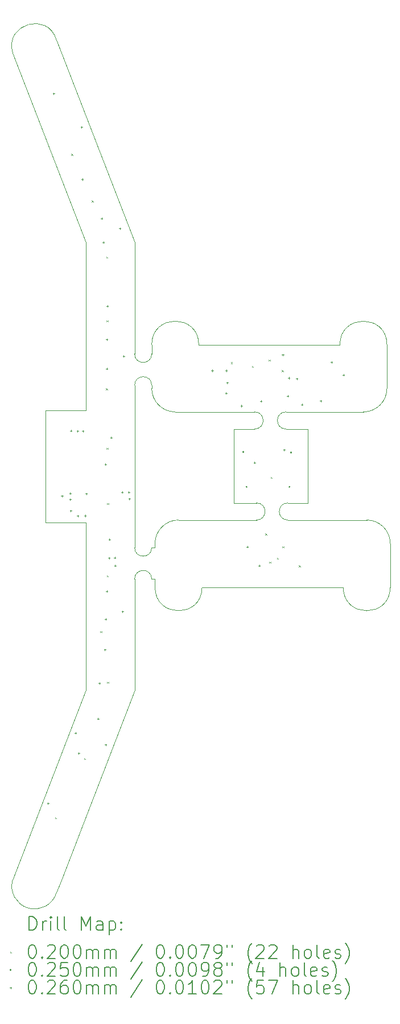
<source format=gbr>
%TF.GenerationSoftware,KiCad,Pcbnew,8.0.3*%
%TF.CreationDate,2025-05-12T21:07:48+02:00*%
%TF.ProjectId,IMU_PCBs,494d555f-5043-4427-932e-6b696361645f,rev?*%
%TF.SameCoordinates,Original*%
%TF.FileFunction,Drillmap*%
%TF.FilePolarity,Positive*%
%FSLAX45Y45*%
G04 Gerber Fmt 4.5, Leading zero omitted, Abs format (unit mm)*
G04 Created by KiCad (PCBNEW 8.0.3) date 2025-05-12 21:07:48*
%MOMM*%
%LPD*%
G01*
G04 APERTURE LIST*
%ADD10C,0.050000*%
%ADD11C,0.200000*%
%ADD12C,0.100000*%
G04 APERTURE END LIST*
D10*
X7278000Y-11407137D02*
X7278000Y-9737137D01*
X8602750Y-12248137D02*
X8603000Y-13897137D01*
X8906000Y-11782000D02*
X8856750Y-11782137D01*
X8906000Y-11721000D02*
X8906000Y-11782000D01*
X8906000Y-12249000D02*
X8856750Y-12248137D01*
X8906000Y-12371000D02*
X8906000Y-12249000D01*
X8856750Y-8900137D02*
X8857000Y-8763000D01*
X8856750Y-9366137D02*
X8857000Y-9413000D01*
X8602750Y-9366137D02*
X8602750Y-11782137D01*
X8603000Y-7247137D02*
X8602750Y-8900137D01*
X7513000Y-16722137D02*
X7440039Y-16912207D01*
X6788000Y-4422137D02*
G75*
G02*
X7440039Y-4232067I326020J95035D01*
G01*
X7513000Y-16722137D02*
X8603000Y-13897137D01*
X7878000Y-11407137D02*
X7278000Y-11407137D01*
X7513000Y-4422137D02*
X8603000Y-7247137D01*
X7878000Y-9737137D02*
X7278000Y-9737137D01*
X7878000Y-7247137D02*
X7878000Y-9737137D01*
X6788000Y-4422137D02*
X7878000Y-7247137D01*
X7513000Y-4422137D02*
X7440039Y-4232067D01*
X7878000Y-13897137D02*
X7878000Y-11407137D01*
X10882000Y-11117000D02*
X11177000Y-11117000D01*
X12406000Y-12371000D02*
G75*
G02*
X11706000Y-12371000I-350000J0D01*
G01*
X10077000Y-11117000D02*
X10077000Y-10017000D01*
X10388000Y-10017000D02*
X10077000Y-10017000D01*
X12357000Y-8763000D02*
X12357000Y-9413000D01*
X11177000Y-10017000D02*
X11177000Y-11117000D01*
X8906000Y-11721000D02*
G75*
G02*
X9256000Y-11371000I350000J0D01*
G01*
X9606000Y-12371000D02*
G75*
G02*
X8906000Y-12371000I-350000J0D01*
G01*
X10416000Y-11371000D02*
X9256000Y-11371000D01*
X12056000Y-11371000D02*
G75*
G02*
X12406000Y-11721000I0J-350000D01*
G01*
X12406000Y-12371000D02*
X12406000Y-11721000D01*
X10854000Y-9763000D02*
X12007000Y-9763000D01*
X10854000Y-10017000D02*
X11177000Y-10017000D01*
X11657000Y-8763000D02*
G75*
G02*
X12357000Y-8763000I350000J0D01*
G01*
X9557000Y-8763000D02*
X11657000Y-8763000D01*
X9207000Y-9763000D02*
G75*
G02*
X8857000Y-9413000I0J350000D01*
G01*
X12056000Y-11371000D02*
X10882000Y-11371000D01*
X8857000Y-8763000D02*
G75*
G02*
X9557000Y-8763000I350000J0D01*
G01*
X9207000Y-9763000D02*
X10388000Y-9763000D01*
X10416000Y-11117000D02*
X10077000Y-11117000D01*
X12357000Y-9413000D02*
G75*
G02*
X12007000Y-9763000I-350000J0D01*
G01*
X11706000Y-12371000D02*
X9606000Y-12371000D01*
X6788000Y-16722137D02*
X7878000Y-13897137D01*
X7440039Y-16912207D02*
G75*
G02*
X6788000Y-16722137I-326020J95033D01*
G01*
X8856750Y-8900137D02*
G75*
G02*
X8602750Y-8900137I-127000J0D01*
G01*
X8602750Y-9366137D02*
G75*
G02*
X8856750Y-9366137I127000J0D01*
G01*
X8602750Y-12248137D02*
G75*
G02*
X8856750Y-12248137I127000J0D01*
G01*
X8856750Y-11782137D02*
G75*
G02*
X8602750Y-11782137I-127000J0D01*
G01*
X10416000Y-11117000D02*
G75*
G02*
X10416000Y-11371000I0J-127000D01*
G01*
X10882000Y-11371000D02*
G75*
G02*
X10882000Y-11117000I0J127000D01*
G01*
X10388000Y-9763000D02*
G75*
G02*
X10388000Y-10017000I0J-127000D01*
G01*
X10854000Y-10017000D02*
G75*
G02*
X10854000Y-9763000I0J127000D01*
G01*
D11*
D12*
X7420000Y-15794137D02*
X7440000Y-15814137D01*
X7440000Y-15794137D02*
X7420000Y-15814137D01*
X7661000Y-5925137D02*
X7681000Y-5945137D01*
X7681000Y-5925137D02*
X7661000Y-5945137D01*
X7850000Y-14914137D02*
X7870000Y-14934137D01*
X7870000Y-14914137D02*
X7850000Y-14934137D01*
X7965000Y-6619137D02*
X7985000Y-6639137D01*
X7985000Y-6619137D02*
X7965000Y-6639137D01*
X8093000Y-13022137D02*
X8113000Y-13042137D01*
X8113000Y-13022137D02*
X8093000Y-13042137D01*
X8177000Y-9413137D02*
X8197000Y-9433137D01*
X8197000Y-9413137D02*
X8177000Y-9433137D01*
X8180000Y-7454137D02*
X8200000Y-7474137D01*
X8200000Y-7454137D02*
X8180000Y-7474137D01*
X8185000Y-8402137D02*
X8205000Y-8422137D01*
X8205000Y-8402137D02*
X8185000Y-8422137D01*
X8185000Y-10300137D02*
X8205000Y-10320137D01*
X8205000Y-10300137D02*
X8185000Y-10320137D01*
X8188500Y-12192637D02*
X8208500Y-12212637D01*
X8208500Y-12192637D02*
X8188500Y-12212637D01*
X8194000Y-11117137D02*
X8214000Y-11137137D01*
X8214000Y-11117137D02*
X8194000Y-11137137D01*
X8195000Y-13775137D02*
X8215000Y-13795137D01*
X8215000Y-13775137D02*
X8195000Y-13795137D01*
X10037000Y-9023000D02*
X10057000Y-9043000D01*
X10057000Y-9023000D02*
X10037000Y-9043000D01*
X10347000Y-9078000D02*
X10367000Y-9098000D01*
X10367000Y-9078000D02*
X10347000Y-9098000D01*
X10546000Y-11571000D02*
X10566000Y-11591000D01*
X10566000Y-11571000D02*
X10546000Y-11591000D01*
X10597000Y-8988000D02*
X10617000Y-9008000D01*
X10617000Y-8988000D02*
X10597000Y-9008000D01*
X10606000Y-11991000D02*
X10626000Y-12011000D01*
X10626000Y-11991000D02*
X10606000Y-12011000D01*
X10627000Y-10727000D02*
X10647000Y-10747000D01*
X10647000Y-10727000D02*
X10627000Y-10747000D01*
X10721000Y-11931000D02*
X10741000Y-11951000D01*
X10741000Y-11931000D02*
X10721000Y-11951000D01*
X10792000Y-9143000D02*
X10812000Y-9163000D01*
X10812000Y-9143000D02*
X10792000Y-9163000D01*
X10801000Y-11761000D02*
X10821000Y-11781000D01*
X10821000Y-11761000D02*
X10801000Y-11781000D01*
X11046000Y-12046000D02*
X11066000Y-12066000D01*
X11066000Y-12046000D02*
X11046000Y-12066000D01*
X10229500Y-10357000D02*
G75*
G02*
X10204500Y-10357000I-12500J0D01*
G01*
X10204500Y-10357000D02*
G75*
G02*
X10229500Y-10357000I12500J0D01*
G01*
X10279500Y-10877000D02*
G75*
G02*
X10254500Y-10877000I-12500J0D01*
G01*
X10254500Y-10877000D02*
G75*
G02*
X10279500Y-10877000I12500J0D01*
G01*
X10919500Y-10877000D02*
G75*
G02*
X10894500Y-10877000I-12500J0D01*
G01*
X10894500Y-10877000D02*
G75*
G02*
X10919500Y-10877000I12500J0D01*
G01*
X10939500Y-10367000D02*
G75*
G02*
X10914500Y-10367000I-12500J0D01*
G01*
X10914500Y-10367000D02*
G75*
G02*
X10939500Y-10367000I12500J0D01*
G01*
X7314000Y-15570137D02*
X7314000Y-15596137D01*
X7301000Y-15583137D02*
X7327000Y-15583137D01*
X7399000Y-5015137D02*
X7399000Y-5041137D01*
X7386000Y-5028137D02*
X7412000Y-5028137D01*
X7522000Y-11001137D02*
X7522000Y-11027137D01*
X7509000Y-11014137D02*
X7535000Y-11014137D01*
X7642000Y-10962137D02*
X7642000Y-10988137D01*
X7629000Y-10975137D02*
X7655000Y-10975137D01*
X7643000Y-11050137D02*
X7643000Y-11076137D01*
X7630000Y-11063137D02*
X7656000Y-11063137D01*
X7653000Y-11219137D02*
X7653000Y-11245137D01*
X7640000Y-11232137D02*
X7666000Y-11232137D01*
X7654000Y-10030137D02*
X7654000Y-10056137D01*
X7641000Y-10043137D02*
X7667000Y-10043137D01*
X7723000Y-14524137D02*
X7723000Y-14550137D01*
X7710000Y-14537137D02*
X7736000Y-14537137D01*
X7752000Y-10035137D02*
X7752000Y-10061137D01*
X7739000Y-10048137D02*
X7765000Y-10048137D01*
X7757000Y-11296137D02*
X7757000Y-11322137D01*
X7744000Y-11309137D02*
X7770000Y-11309137D01*
X7770000Y-14827137D02*
X7770000Y-14853137D01*
X7757000Y-14840137D02*
X7783000Y-14840137D01*
X7814000Y-5515137D02*
X7814000Y-5541137D01*
X7801000Y-5528137D02*
X7827000Y-5528137D01*
X7826000Y-6290137D02*
X7826000Y-6316137D01*
X7813000Y-6303137D02*
X7839000Y-6303137D01*
X7835000Y-10036137D02*
X7835000Y-10062137D01*
X7822000Y-10049137D02*
X7848000Y-10049137D01*
X7867000Y-11294137D02*
X7867000Y-11320137D01*
X7854000Y-11307137D02*
X7880000Y-11307137D01*
X7885000Y-10967137D02*
X7885000Y-10993137D01*
X7872000Y-10980137D02*
X7898000Y-10980137D01*
X8056000Y-14314137D02*
X8056000Y-14340137D01*
X8043000Y-14327137D02*
X8069000Y-14327137D01*
X8077000Y-13786137D02*
X8077000Y-13812137D01*
X8064000Y-13799137D02*
X8090000Y-13799137D01*
X8112000Y-6872137D02*
X8112000Y-6898137D01*
X8099000Y-6885137D02*
X8125000Y-6885137D01*
X8138000Y-7226137D02*
X8138000Y-7252137D01*
X8125000Y-7239137D02*
X8151000Y-7239137D01*
X8160000Y-13286137D02*
X8160000Y-13312137D01*
X8147000Y-13299137D02*
X8173000Y-13299137D01*
X8168000Y-10530137D02*
X8168000Y-10556137D01*
X8155000Y-10543137D02*
X8181000Y-10543137D01*
X8172000Y-12831137D02*
X8172000Y-12857137D01*
X8159000Y-12844137D02*
X8185000Y-12844137D01*
X8172000Y-14701137D02*
X8172000Y-14727137D01*
X8159000Y-14714137D02*
X8185000Y-14714137D01*
X8188000Y-12419137D02*
X8188000Y-12445137D01*
X8175000Y-12432137D02*
X8201000Y-12432137D01*
X8190000Y-8673137D02*
X8190000Y-8699137D01*
X8177000Y-8686137D02*
X8203000Y-8686137D01*
X8190000Y-9106137D02*
X8190000Y-9132137D01*
X8177000Y-9119137D02*
X8203000Y-9119137D01*
X8199000Y-8177137D02*
X8199000Y-8203137D01*
X8186000Y-8190137D02*
X8212000Y-8190137D01*
X8221000Y-11922137D02*
X8221000Y-11948137D01*
X8208000Y-11935137D02*
X8234000Y-11935137D01*
X8227000Y-11646137D02*
X8227000Y-11672137D01*
X8214000Y-11659137D02*
X8240000Y-11659137D01*
X8253000Y-10131137D02*
X8253000Y-10157137D01*
X8240000Y-10144137D02*
X8266000Y-10144137D01*
X8308000Y-11919137D02*
X8308000Y-11945137D01*
X8295000Y-11932137D02*
X8321000Y-11932137D01*
X8310000Y-12038137D02*
X8310000Y-12064137D01*
X8297000Y-12051137D02*
X8323000Y-12051137D01*
X8384000Y-7019137D02*
X8384000Y-7045137D01*
X8371000Y-7032137D02*
X8397000Y-7032137D01*
X8418000Y-10944137D02*
X8418000Y-10970137D01*
X8405000Y-10957137D02*
X8431000Y-10957137D01*
X8420000Y-12719137D02*
X8420000Y-12745137D01*
X8407000Y-12732137D02*
X8433000Y-12732137D01*
X8437000Y-8919137D02*
X8437000Y-8945137D01*
X8424000Y-8932137D02*
X8450000Y-8932137D01*
X8516000Y-10944137D02*
X8516000Y-10970137D01*
X8503000Y-10957137D02*
X8529000Y-10957137D01*
X8522000Y-11044137D02*
X8522000Y-11070137D01*
X8509000Y-11057137D02*
X8535000Y-11057137D01*
X9757000Y-9135000D02*
X9757000Y-9161000D01*
X9744000Y-9148000D02*
X9770000Y-9148000D01*
X9962000Y-9470000D02*
X9962000Y-9496000D01*
X9949000Y-9483000D02*
X9975000Y-9483000D01*
X9967000Y-9135000D02*
X9967000Y-9161000D01*
X9954000Y-9148000D02*
X9980000Y-9148000D01*
X9979500Y-9315000D02*
X9979500Y-9341000D01*
X9966500Y-9328000D02*
X9992500Y-9328000D01*
X10192000Y-9660000D02*
X10192000Y-9686000D01*
X10179000Y-9673000D02*
X10205000Y-9673000D01*
X10281000Y-11758000D02*
X10281000Y-11784000D01*
X10268000Y-11771000D02*
X10294000Y-11771000D01*
X10387000Y-10504000D02*
X10387000Y-10530000D01*
X10374000Y-10517000D02*
X10400000Y-10517000D01*
X10456000Y-12038000D02*
X10456000Y-12064000D01*
X10443000Y-12051000D02*
X10469000Y-12051000D01*
X10482000Y-9590000D02*
X10482000Y-9616000D01*
X10469000Y-9603000D02*
X10495000Y-9603000D01*
X10807000Y-8900000D02*
X10807000Y-8926000D01*
X10794000Y-8913000D02*
X10820000Y-8913000D01*
X10827000Y-10314000D02*
X10827000Y-10340000D01*
X10814000Y-10327000D02*
X10840000Y-10327000D01*
X10879500Y-9515000D02*
X10879500Y-9541000D01*
X10866500Y-9528000D02*
X10892500Y-9528000D01*
X10897000Y-9245000D02*
X10897000Y-9271000D01*
X10884000Y-9258000D02*
X10910000Y-9258000D01*
X11017000Y-9255000D02*
X11017000Y-9281000D01*
X11004000Y-9268000D02*
X11030000Y-9268000D01*
X11092000Y-9641250D02*
X11092000Y-9667250D01*
X11079000Y-9654250D02*
X11105000Y-9654250D01*
X11372000Y-9585000D02*
X11372000Y-9611000D01*
X11359000Y-9598000D02*
X11385000Y-9598000D01*
X11532000Y-9010000D02*
X11532000Y-9036000D01*
X11519000Y-9023000D02*
X11545000Y-9023000D01*
X11712000Y-9200000D02*
X11712000Y-9226000D01*
X11699000Y-9213000D02*
X11725000Y-9213000D01*
D11*
X7032707Y-17470747D02*
X7032707Y-17270747D01*
X7032707Y-17270747D02*
X7080326Y-17270747D01*
X7080326Y-17270747D02*
X7108898Y-17280271D01*
X7108898Y-17280271D02*
X7127945Y-17299318D01*
X7127945Y-17299318D02*
X7137469Y-17318366D01*
X7137469Y-17318366D02*
X7146993Y-17356461D01*
X7146993Y-17356461D02*
X7146993Y-17385033D01*
X7146993Y-17385033D02*
X7137469Y-17423128D01*
X7137469Y-17423128D02*
X7127945Y-17442176D01*
X7127945Y-17442176D02*
X7108898Y-17461223D01*
X7108898Y-17461223D02*
X7080326Y-17470747D01*
X7080326Y-17470747D02*
X7032707Y-17470747D01*
X7232707Y-17470747D02*
X7232707Y-17337414D01*
X7232707Y-17375509D02*
X7242231Y-17356461D01*
X7242231Y-17356461D02*
X7251755Y-17346937D01*
X7251755Y-17346937D02*
X7270802Y-17337414D01*
X7270802Y-17337414D02*
X7289850Y-17337414D01*
X7356517Y-17470747D02*
X7356517Y-17337414D01*
X7356517Y-17270747D02*
X7346993Y-17280271D01*
X7346993Y-17280271D02*
X7356517Y-17289795D01*
X7356517Y-17289795D02*
X7366040Y-17280271D01*
X7366040Y-17280271D02*
X7356517Y-17270747D01*
X7356517Y-17270747D02*
X7356517Y-17289795D01*
X7480326Y-17470747D02*
X7461278Y-17461223D01*
X7461278Y-17461223D02*
X7451755Y-17442176D01*
X7451755Y-17442176D02*
X7451755Y-17270747D01*
X7585088Y-17470747D02*
X7566040Y-17461223D01*
X7566040Y-17461223D02*
X7556517Y-17442176D01*
X7556517Y-17442176D02*
X7556517Y-17270747D01*
X7813659Y-17470747D02*
X7813659Y-17270747D01*
X7813659Y-17270747D02*
X7880326Y-17413604D01*
X7880326Y-17413604D02*
X7946993Y-17270747D01*
X7946993Y-17270747D02*
X7946993Y-17470747D01*
X8127945Y-17470747D02*
X8127945Y-17365985D01*
X8127945Y-17365985D02*
X8118421Y-17346937D01*
X8118421Y-17346937D02*
X8099374Y-17337414D01*
X8099374Y-17337414D02*
X8061278Y-17337414D01*
X8061278Y-17337414D02*
X8042231Y-17346937D01*
X8127945Y-17461223D02*
X8108898Y-17470747D01*
X8108898Y-17470747D02*
X8061278Y-17470747D01*
X8061278Y-17470747D02*
X8042231Y-17461223D01*
X8042231Y-17461223D02*
X8032707Y-17442176D01*
X8032707Y-17442176D02*
X8032707Y-17423128D01*
X8032707Y-17423128D02*
X8042231Y-17404080D01*
X8042231Y-17404080D02*
X8061278Y-17394557D01*
X8061278Y-17394557D02*
X8108898Y-17394557D01*
X8108898Y-17394557D02*
X8127945Y-17385033D01*
X8223183Y-17337414D02*
X8223183Y-17537414D01*
X8223183Y-17346937D02*
X8242231Y-17337414D01*
X8242231Y-17337414D02*
X8280326Y-17337414D01*
X8280326Y-17337414D02*
X8299374Y-17346937D01*
X8299374Y-17346937D02*
X8308898Y-17356461D01*
X8308898Y-17356461D02*
X8318421Y-17375509D01*
X8318421Y-17375509D02*
X8318421Y-17432652D01*
X8318421Y-17432652D02*
X8308898Y-17451699D01*
X8308898Y-17451699D02*
X8299374Y-17461223D01*
X8299374Y-17461223D02*
X8280326Y-17470747D01*
X8280326Y-17470747D02*
X8242231Y-17470747D01*
X8242231Y-17470747D02*
X8223183Y-17461223D01*
X8404136Y-17451699D02*
X8413660Y-17461223D01*
X8413660Y-17461223D02*
X8404136Y-17470747D01*
X8404136Y-17470747D02*
X8394612Y-17461223D01*
X8394612Y-17461223D02*
X8404136Y-17451699D01*
X8404136Y-17451699D02*
X8404136Y-17470747D01*
X8404136Y-17346937D02*
X8413660Y-17356461D01*
X8413660Y-17356461D02*
X8404136Y-17365985D01*
X8404136Y-17365985D02*
X8394612Y-17356461D01*
X8394612Y-17356461D02*
X8404136Y-17346937D01*
X8404136Y-17346937D02*
X8404136Y-17365985D01*
D12*
X6751930Y-17789263D02*
X6771930Y-17809263D01*
X6771930Y-17789263D02*
X6751930Y-17809263D01*
D11*
X7070802Y-17690747D02*
X7089850Y-17690747D01*
X7089850Y-17690747D02*
X7108898Y-17700271D01*
X7108898Y-17700271D02*
X7118421Y-17709795D01*
X7118421Y-17709795D02*
X7127945Y-17728842D01*
X7127945Y-17728842D02*
X7137469Y-17766937D01*
X7137469Y-17766937D02*
X7137469Y-17814557D01*
X7137469Y-17814557D02*
X7127945Y-17852652D01*
X7127945Y-17852652D02*
X7118421Y-17871699D01*
X7118421Y-17871699D02*
X7108898Y-17881223D01*
X7108898Y-17881223D02*
X7089850Y-17890747D01*
X7089850Y-17890747D02*
X7070802Y-17890747D01*
X7070802Y-17890747D02*
X7051755Y-17881223D01*
X7051755Y-17881223D02*
X7042231Y-17871699D01*
X7042231Y-17871699D02*
X7032707Y-17852652D01*
X7032707Y-17852652D02*
X7023183Y-17814557D01*
X7023183Y-17814557D02*
X7023183Y-17766937D01*
X7023183Y-17766937D02*
X7032707Y-17728842D01*
X7032707Y-17728842D02*
X7042231Y-17709795D01*
X7042231Y-17709795D02*
X7051755Y-17700271D01*
X7051755Y-17700271D02*
X7070802Y-17690747D01*
X7223183Y-17871699D02*
X7232707Y-17881223D01*
X7232707Y-17881223D02*
X7223183Y-17890747D01*
X7223183Y-17890747D02*
X7213659Y-17881223D01*
X7213659Y-17881223D02*
X7223183Y-17871699D01*
X7223183Y-17871699D02*
X7223183Y-17890747D01*
X7308898Y-17709795D02*
X7318421Y-17700271D01*
X7318421Y-17700271D02*
X7337469Y-17690747D01*
X7337469Y-17690747D02*
X7385088Y-17690747D01*
X7385088Y-17690747D02*
X7404136Y-17700271D01*
X7404136Y-17700271D02*
X7413659Y-17709795D01*
X7413659Y-17709795D02*
X7423183Y-17728842D01*
X7423183Y-17728842D02*
X7423183Y-17747890D01*
X7423183Y-17747890D02*
X7413659Y-17776461D01*
X7413659Y-17776461D02*
X7299374Y-17890747D01*
X7299374Y-17890747D02*
X7423183Y-17890747D01*
X7546993Y-17690747D02*
X7566040Y-17690747D01*
X7566040Y-17690747D02*
X7585088Y-17700271D01*
X7585088Y-17700271D02*
X7594612Y-17709795D01*
X7594612Y-17709795D02*
X7604136Y-17728842D01*
X7604136Y-17728842D02*
X7613659Y-17766937D01*
X7613659Y-17766937D02*
X7613659Y-17814557D01*
X7613659Y-17814557D02*
X7604136Y-17852652D01*
X7604136Y-17852652D02*
X7594612Y-17871699D01*
X7594612Y-17871699D02*
X7585088Y-17881223D01*
X7585088Y-17881223D02*
X7566040Y-17890747D01*
X7566040Y-17890747D02*
X7546993Y-17890747D01*
X7546993Y-17890747D02*
X7527945Y-17881223D01*
X7527945Y-17881223D02*
X7518421Y-17871699D01*
X7518421Y-17871699D02*
X7508898Y-17852652D01*
X7508898Y-17852652D02*
X7499374Y-17814557D01*
X7499374Y-17814557D02*
X7499374Y-17766937D01*
X7499374Y-17766937D02*
X7508898Y-17728842D01*
X7508898Y-17728842D02*
X7518421Y-17709795D01*
X7518421Y-17709795D02*
X7527945Y-17700271D01*
X7527945Y-17700271D02*
X7546993Y-17690747D01*
X7737469Y-17690747D02*
X7756517Y-17690747D01*
X7756517Y-17690747D02*
X7775564Y-17700271D01*
X7775564Y-17700271D02*
X7785088Y-17709795D01*
X7785088Y-17709795D02*
X7794612Y-17728842D01*
X7794612Y-17728842D02*
X7804136Y-17766937D01*
X7804136Y-17766937D02*
X7804136Y-17814557D01*
X7804136Y-17814557D02*
X7794612Y-17852652D01*
X7794612Y-17852652D02*
X7785088Y-17871699D01*
X7785088Y-17871699D02*
X7775564Y-17881223D01*
X7775564Y-17881223D02*
X7756517Y-17890747D01*
X7756517Y-17890747D02*
X7737469Y-17890747D01*
X7737469Y-17890747D02*
X7718421Y-17881223D01*
X7718421Y-17881223D02*
X7708898Y-17871699D01*
X7708898Y-17871699D02*
X7699374Y-17852652D01*
X7699374Y-17852652D02*
X7689850Y-17814557D01*
X7689850Y-17814557D02*
X7689850Y-17766937D01*
X7689850Y-17766937D02*
X7699374Y-17728842D01*
X7699374Y-17728842D02*
X7708898Y-17709795D01*
X7708898Y-17709795D02*
X7718421Y-17700271D01*
X7718421Y-17700271D02*
X7737469Y-17690747D01*
X7889850Y-17890747D02*
X7889850Y-17757414D01*
X7889850Y-17776461D02*
X7899374Y-17766937D01*
X7899374Y-17766937D02*
X7918421Y-17757414D01*
X7918421Y-17757414D02*
X7946993Y-17757414D01*
X7946993Y-17757414D02*
X7966040Y-17766937D01*
X7966040Y-17766937D02*
X7975564Y-17785985D01*
X7975564Y-17785985D02*
X7975564Y-17890747D01*
X7975564Y-17785985D02*
X7985088Y-17766937D01*
X7985088Y-17766937D02*
X8004136Y-17757414D01*
X8004136Y-17757414D02*
X8032707Y-17757414D01*
X8032707Y-17757414D02*
X8051755Y-17766937D01*
X8051755Y-17766937D02*
X8061279Y-17785985D01*
X8061279Y-17785985D02*
X8061279Y-17890747D01*
X8156517Y-17890747D02*
X8156517Y-17757414D01*
X8156517Y-17776461D02*
X8166040Y-17766937D01*
X8166040Y-17766937D02*
X8185088Y-17757414D01*
X8185088Y-17757414D02*
X8213660Y-17757414D01*
X8213660Y-17757414D02*
X8232707Y-17766937D01*
X8232707Y-17766937D02*
X8242231Y-17785985D01*
X8242231Y-17785985D02*
X8242231Y-17890747D01*
X8242231Y-17785985D02*
X8251755Y-17766937D01*
X8251755Y-17766937D02*
X8270802Y-17757414D01*
X8270802Y-17757414D02*
X8299374Y-17757414D01*
X8299374Y-17757414D02*
X8318421Y-17766937D01*
X8318421Y-17766937D02*
X8327945Y-17785985D01*
X8327945Y-17785985D02*
X8327945Y-17890747D01*
X8718422Y-17681223D02*
X8546993Y-17938366D01*
X8975564Y-17690747D02*
X8994612Y-17690747D01*
X8994612Y-17690747D02*
X9013660Y-17700271D01*
X9013660Y-17700271D02*
X9023184Y-17709795D01*
X9023184Y-17709795D02*
X9032707Y-17728842D01*
X9032707Y-17728842D02*
X9042231Y-17766937D01*
X9042231Y-17766937D02*
X9042231Y-17814557D01*
X9042231Y-17814557D02*
X9032707Y-17852652D01*
X9032707Y-17852652D02*
X9023184Y-17871699D01*
X9023184Y-17871699D02*
X9013660Y-17881223D01*
X9013660Y-17881223D02*
X8994612Y-17890747D01*
X8994612Y-17890747D02*
X8975564Y-17890747D01*
X8975564Y-17890747D02*
X8956517Y-17881223D01*
X8956517Y-17881223D02*
X8946993Y-17871699D01*
X8946993Y-17871699D02*
X8937469Y-17852652D01*
X8937469Y-17852652D02*
X8927945Y-17814557D01*
X8927945Y-17814557D02*
X8927945Y-17766937D01*
X8927945Y-17766937D02*
X8937469Y-17728842D01*
X8937469Y-17728842D02*
X8946993Y-17709795D01*
X8946993Y-17709795D02*
X8956517Y-17700271D01*
X8956517Y-17700271D02*
X8975564Y-17690747D01*
X9127945Y-17871699D02*
X9137469Y-17881223D01*
X9137469Y-17881223D02*
X9127945Y-17890747D01*
X9127945Y-17890747D02*
X9118422Y-17881223D01*
X9118422Y-17881223D02*
X9127945Y-17871699D01*
X9127945Y-17871699D02*
X9127945Y-17890747D01*
X9261279Y-17690747D02*
X9280326Y-17690747D01*
X9280326Y-17690747D02*
X9299374Y-17700271D01*
X9299374Y-17700271D02*
X9308898Y-17709795D01*
X9308898Y-17709795D02*
X9318422Y-17728842D01*
X9318422Y-17728842D02*
X9327945Y-17766937D01*
X9327945Y-17766937D02*
X9327945Y-17814557D01*
X9327945Y-17814557D02*
X9318422Y-17852652D01*
X9318422Y-17852652D02*
X9308898Y-17871699D01*
X9308898Y-17871699D02*
X9299374Y-17881223D01*
X9299374Y-17881223D02*
X9280326Y-17890747D01*
X9280326Y-17890747D02*
X9261279Y-17890747D01*
X9261279Y-17890747D02*
X9242231Y-17881223D01*
X9242231Y-17881223D02*
X9232707Y-17871699D01*
X9232707Y-17871699D02*
X9223184Y-17852652D01*
X9223184Y-17852652D02*
X9213660Y-17814557D01*
X9213660Y-17814557D02*
X9213660Y-17766937D01*
X9213660Y-17766937D02*
X9223184Y-17728842D01*
X9223184Y-17728842D02*
X9232707Y-17709795D01*
X9232707Y-17709795D02*
X9242231Y-17700271D01*
X9242231Y-17700271D02*
X9261279Y-17690747D01*
X9451755Y-17690747D02*
X9470803Y-17690747D01*
X9470803Y-17690747D02*
X9489850Y-17700271D01*
X9489850Y-17700271D02*
X9499374Y-17709795D01*
X9499374Y-17709795D02*
X9508898Y-17728842D01*
X9508898Y-17728842D02*
X9518422Y-17766937D01*
X9518422Y-17766937D02*
X9518422Y-17814557D01*
X9518422Y-17814557D02*
X9508898Y-17852652D01*
X9508898Y-17852652D02*
X9499374Y-17871699D01*
X9499374Y-17871699D02*
X9489850Y-17881223D01*
X9489850Y-17881223D02*
X9470803Y-17890747D01*
X9470803Y-17890747D02*
X9451755Y-17890747D01*
X9451755Y-17890747D02*
X9432707Y-17881223D01*
X9432707Y-17881223D02*
X9423184Y-17871699D01*
X9423184Y-17871699D02*
X9413660Y-17852652D01*
X9413660Y-17852652D02*
X9404136Y-17814557D01*
X9404136Y-17814557D02*
X9404136Y-17766937D01*
X9404136Y-17766937D02*
X9413660Y-17728842D01*
X9413660Y-17728842D02*
X9423184Y-17709795D01*
X9423184Y-17709795D02*
X9432707Y-17700271D01*
X9432707Y-17700271D02*
X9451755Y-17690747D01*
X9585088Y-17690747D02*
X9718422Y-17690747D01*
X9718422Y-17690747D02*
X9632707Y-17890747D01*
X9804136Y-17890747D02*
X9842231Y-17890747D01*
X9842231Y-17890747D02*
X9861279Y-17881223D01*
X9861279Y-17881223D02*
X9870803Y-17871699D01*
X9870803Y-17871699D02*
X9889850Y-17843128D01*
X9889850Y-17843128D02*
X9899374Y-17805033D01*
X9899374Y-17805033D02*
X9899374Y-17728842D01*
X9899374Y-17728842D02*
X9889850Y-17709795D01*
X9889850Y-17709795D02*
X9880326Y-17700271D01*
X9880326Y-17700271D02*
X9861279Y-17690747D01*
X9861279Y-17690747D02*
X9823184Y-17690747D01*
X9823184Y-17690747D02*
X9804136Y-17700271D01*
X9804136Y-17700271D02*
X9794612Y-17709795D01*
X9794612Y-17709795D02*
X9785088Y-17728842D01*
X9785088Y-17728842D02*
X9785088Y-17776461D01*
X9785088Y-17776461D02*
X9794612Y-17795509D01*
X9794612Y-17795509D02*
X9804136Y-17805033D01*
X9804136Y-17805033D02*
X9823184Y-17814557D01*
X9823184Y-17814557D02*
X9861279Y-17814557D01*
X9861279Y-17814557D02*
X9880326Y-17805033D01*
X9880326Y-17805033D02*
X9889850Y-17795509D01*
X9889850Y-17795509D02*
X9899374Y-17776461D01*
X9975565Y-17690747D02*
X9975565Y-17728842D01*
X10051755Y-17690747D02*
X10051755Y-17728842D01*
X10346993Y-17966937D02*
X10337469Y-17957414D01*
X10337469Y-17957414D02*
X10318422Y-17928842D01*
X10318422Y-17928842D02*
X10308898Y-17909795D01*
X10308898Y-17909795D02*
X10299374Y-17881223D01*
X10299374Y-17881223D02*
X10289850Y-17833604D01*
X10289850Y-17833604D02*
X10289850Y-17795509D01*
X10289850Y-17795509D02*
X10299374Y-17747890D01*
X10299374Y-17747890D02*
X10308898Y-17719318D01*
X10308898Y-17719318D02*
X10318422Y-17700271D01*
X10318422Y-17700271D02*
X10337469Y-17671699D01*
X10337469Y-17671699D02*
X10346993Y-17662176D01*
X10413660Y-17709795D02*
X10423184Y-17700271D01*
X10423184Y-17700271D02*
X10442231Y-17690747D01*
X10442231Y-17690747D02*
X10489850Y-17690747D01*
X10489850Y-17690747D02*
X10508898Y-17700271D01*
X10508898Y-17700271D02*
X10518422Y-17709795D01*
X10518422Y-17709795D02*
X10527946Y-17728842D01*
X10527946Y-17728842D02*
X10527946Y-17747890D01*
X10527946Y-17747890D02*
X10518422Y-17776461D01*
X10518422Y-17776461D02*
X10404136Y-17890747D01*
X10404136Y-17890747D02*
X10527946Y-17890747D01*
X10604136Y-17709795D02*
X10613660Y-17700271D01*
X10613660Y-17700271D02*
X10632707Y-17690747D01*
X10632707Y-17690747D02*
X10680327Y-17690747D01*
X10680327Y-17690747D02*
X10699374Y-17700271D01*
X10699374Y-17700271D02*
X10708898Y-17709795D01*
X10708898Y-17709795D02*
X10718422Y-17728842D01*
X10718422Y-17728842D02*
X10718422Y-17747890D01*
X10718422Y-17747890D02*
X10708898Y-17776461D01*
X10708898Y-17776461D02*
X10594612Y-17890747D01*
X10594612Y-17890747D02*
X10718422Y-17890747D01*
X10956517Y-17890747D02*
X10956517Y-17690747D01*
X11042231Y-17890747D02*
X11042231Y-17785985D01*
X11042231Y-17785985D02*
X11032708Y-17766937D01*
X11032708Y-17766937D02*
X11013660Y-17757414D01*
X11013660Y-17757414D02*
X10985088Y-17757414D01*
X10985088Y-17757414D02*
X10966041Y-17766937D01*
X10966041Y-17766937D02*
X10956517Y-17776461D01*
X11166041Y-17890747D02*
X11146993Y-17881223D01*
X11146993Y-17881223D02*
X11137469Y-17871699D01*
X11137469Y-17871699D02*
X11127946Y-17852652D01*
X11127946Y-17852652D02*
X11127946Y-17795509D01*
X11127946Y-17795509D02*
X11137469Y-17776461D01*
X11137469Y-17776461D02*
X11146993Y-17766937D01*
X11146993Y-17766937D02*
X11166041Y-17757414D01*
X11166041Y-17757414D02*
X11194612Y-17757414D01*
X11194612Y-17757414D02*
X11213660Y-17766937D01*
X11213660Y-17766937D02*
X11223184Y-17776461D01*
X11223184Y-17776461D02*
X11232707Y-17795509D01*
X11232707Y-17795509D02*
X11232707Y-17852652D01*
X11232707Y-17852652D02*
X11223184Y-17871699D01*
X11223184Y-17871699D02*
X11213660Y-17881223D01*
X11213660Y-17881223D02*
X11194612Y-17890747D01*
X11194612Y-17890747D02*
X11166041Y-17890747D01*
X11346993Y-17890747D02*
X11327946Y-17881223D01*
X11327946Y-17881223D02*
X11318422Y-17862176D01*
X11318422Y-17862176D02*
X11318422Y-17690747D01*
X11499374Y-17881223D02*
X11480327Y-17890747D01*
X11480327Y-17890747D02*
X11442231Y-17890747D01*
X11442231Y-17890747D02*
X11423184Y-17881223D01*
X11423184Y-17881223D02*
X11413660Y-17862176D01*
X11413660Y-17862176D02*
X11413660Y-17785985D01*
X11413660Y-17785985D02*
X11423184Y-17766937D01*
X11423184Y-17766937D02*
X11442231Y-17757414D01*
X11442231Y-17757414D02*
X11480327Y-17757414D01*
X11480327Y-17757414D02*
X11499374Y-17766937D01*
X11499374Y-17766937D02*
X11508898Y-17785985D01*
X11508898Y-17785985D02*
X11508898Y-17805033D01*
X11508898Y-17805033D02*
X11413660Y-17824080D01*
X11585088Y-17881223D02*
X11604136Y-17890747D01*
X11604136Y-17890747D02*
X11642231Y-17890747D01*
X11642231Y-17890747D02*
X11661279Y-17881223D01*
X11661279Y-17881223D02*
X11670803Y-17862176D01*
X11670803Y-17862176D02*
X11670803Y-17852652D01*
X11670803Y-17852652D02*
X11661279Y-17833604D01*
X11661279Y-17833604D02*
X11642231Y-17824080D01*
X11642231Y-17824080D02*
X11613660Y-17824080D01*
X11613660Y-17824080D02*
X11594612Y-17814557D01*
X11594612Y-17814557D02*
X11585088Y-17795509D01*
X11585088Y-17795509D02*
X11585088Y-17785985D01*
X11585088Y-17785985D02*
X11594612Y-17766937D01*
X11594612Y-17766937D02*
X11613660Y-17757414D01*
X11613660Y-17757414D02*
X11642231Y-17757414D01*
X11642231Y-17757414D02*
X11661279Y-17766937D01*
X11737469Y-17966937D02*
X11746993Y-17957414D01*
X11746993Y-17957414D02*
X11766041Y-17928842D01*
X11766041Y-17928842D02*
X11775565Y-17909795D01*
X11775565Y-17909795D02*
X11785088Y-17881223D01*
X11785088Y-17881223D02*
X11794612Y-17833604D01*
X11794612Y-17833604D02*
X11794612Y-17795509D01*
X11794612Y-17795509D02*
X11785088Y-17747890D01*
X11785088Y-17747890D02*
X11775565Y-17719318D01*
X11775565Y-17719318D02*
X11766041Y-17700271D01*
X11766041Y-17700271D02*
X11746993Y-17671699D01*
X11746993Y-17671699D02*
X11737469Y-17662176D01*
D12*
X6771930Y-18063263D02*
G75*
G02*
X6746930Y-18063263I-12500J0D01*
G01*
X6746930Y-18063263D02*
G75*
G02*
X6771930Y-18063263I12500J0D01*
G01*
D11*
X7070802Y-17954747D02*
X7089850Y-17954747D01*
X7089850Y-17954747D02*
X7108898Y-17964271D01*
X7108898Y-17964271D02*
X7118421Y-17973795D01*
X7118421Y-17973795D02*
X7127945Y-17992842D01*
X7127945Y-17992842D02*
X7137469Y-18030937D01*
X7137469Y-18030937D02*
X7137469Y-18078557D01*
X7137469Y-18078557D02*
X7127945Y-18116652D01*
X7127945Y-18116652D02*
X7118421Y-18135699D01*
X7118421Y-18135699D02*
X7108898Y-18145223D01*
X7108898Y-18145223D02*
X7089850Y-18154747D01*
X7089850Y-18154747D02*
X7070802Y-18154747D01*
X7070802Y-18154747D02*
X7051755Y-18145223D01*
X7051755Y-18145223D02*
X7042231Y-18135699D01*
X7042231Y-18135699D02*
X7032707Y-18116652D01*
X7032707Y-18116652D02*
X7023183Y-18078557D01*
X7023183Y-18078557D02*
X7023183Y-18030937D01*
X7023183Y-18030937D02*
X7032707Y-17992842D01*
X7032707Y-17992842D02*
X7042231Y-17973795D01*
X7042231Y-17973795D02*
X7051755Y-17964271D01*
X7051755Y-17964271D02*
X7070802Y-17954747D01*
X7223183Y-18135699D02*
X7232707Y-18145223D01*
X7232707Y-18145223D02*
X7223183Y-18154747D01*
X7223183Y-18154747D02*
X7213659Y-18145223D01*
X7213659Y-18145223D02*
X7223183Y-18135699D01*
X7223183Y-18135699D02*
X7223183Y-18154747D01*
X7308898Y-17973795D02*
X7318421Y-17964271D01*
X7318421Y-17964271D02*
X7337469Y-17954747D01*
X7337469Y-17954747D02*
X7385088Y-17954747D01*
X7385088Y-17954747D02*
X7404136Y-17964271D01*
X7404136Y-17964271D02*
X7413659Y-17973795D01*
X7413659Y-17973795D02*
X7423183Y-17992842D01*
X7423183Y-17992842D02*
X7423183Y-18011890D01*
X7423183Y-18011890D02*
X7413659Y-18040461D01*
X7413659Y-18040461D02*
X7299374Y-18154747D01*
X7299374Y-18154747D02*
X7423183Y-18154747D01*
X7604136Y-17954747D02*
X7508898Y-17954747D01*
X7508898Y-17954747D02*
X7499374Y-18049985D01*
X7499374Y-18049985D02*
X7508898Y-18040461D01*
X7508898Y-18040461D02*
X7527945Y-18030937D01*
X7527945Y-18030937D02*
X7575564Y-18030937D01*
X7575564Y-18030937D02*
X7594612Y-18040461D01*
X7594612Y-18040461D02*
X7604136Y-18049985D01*
X7604136Y-18049985D02*
X7613659Y-18069033D01*
X7613659Y-18069033D02*
X7613659Y-18116652D01*
X7613659Y-18116652D02*
X7604136Y-18135699D01*
X7604136Y-18135699D02*
X7594612Y-18145223D01*
X7594612Y-18145223D02*
X7575564Y-18154747D01*
X7575564Y-18154747D02*
X7527945Y-18154747D01*
X7527945Y-18154747D02*
X7508898Y-18145223D01*
X7508898Y-18145223D02*
X7499374Y-18135699D01*
X7737469Y-17954747D02*
X7756517Y-17954747D01*
X7756517Y-17954747D02*
X7775564Y-17964271D01*
X7775564Y-17964271D02*
X7785088Y-17973795D01*
X7785088Y-17973795D02*
X7794612Y-17992842D01*
X7794612Y-17992842D02*
X7804136Y-18030937D01*
X7804136Y-18030937D02*
X7804136Y-18078557D01*
X7804136Y-18078557D02*
X7794612Y-18116652D01*
X7794612Y-18116652D02*
X7785088Y-18135699D01*
X7785088Y-18135699D02*
X7775564Y-18145223D01*
X7775564Y-18145223D02*
X7756517Y-18154747D01*
X7756517Y-18154747D02*
X7737469Y-18154747D01*
X7737469Y-18154747D02*
X7718421Y-18145223D01*
X7718421Y-18145223D02*
X7708898Y-18135699D01*
X7708898Y-18135699D02*
X7699374Y-18116652D01*
X7699374Y-18116652D02*
X7689850Y-18078557D01*
X7689850Y-18078557D02*
X7689850Y-18030937D01*
X7689850Y-18030937D02*
X7699374Y-17992842D01*
X7699374Y-17992842D02*
X7708898Y-17973795D01*
X7708898Y-17973795D02*
X7718421Y-17964271D01*
X7718421Y-17964271D02*
X7737469Y-17954747D01*
X7889850Y-18154747D02*
X7889850Y-18021414D01*
X7889850Y-18040461D02*
X7899374Y-18030937D01*
X7899374Y-18030937D02*
X7918421Y-18021414D01*
X7918421Y-18021414D02*
X7946993Y-18021414D01*
X7946993Y-18021414D02*
X7966040Y-18030937D01*
X7966040Y-18030937D02*
X7975564Y-18049985D01*
X7975564Y-18049985D02*
X7975564Y-18154747D01*
X7975564Y-18049985D02*
X7985088Y-18030937D01*
X7985088Y-18030937D02*
X8004136Y-18021414D01*
X8004136Y-18021414D02*
X8032707Y-18021414D01*
X8032707Y-18021414D02*
X8051755Y-18030937D01*
X8051755Y-18030937D02*
X8061279Y-18049985D01*
X8061279Y-18049985D02*
X8061279Y-18154747D01*
X8156517Y-18154747D02*
X8156517Y-18021414D01*
X8156517Y-18040461D02*
X8166040Y-18030937D01*
X8166040Y-18030937D02*
X8185088Y-18021414D01*
X8185088Y-18021414D02*
X8213660Y-18021414D01*
X8213660Y-18021414D02*
X8232707Y-18030937D01*
X8232707Y-18030937D02*
X8242231Y-18049985D01*
X8242231Y-18049985D02*
X8242231Y-18154747D01*
X8242231Y-18049985D02*
X8251755Y-18030937D01*
X8251755Y-18030937D02*
X8270802Y-18021414D01*
X8270802Y-18021414D02*
X8299374Y-18021414D01*
X8299374Y-18021414D02*
X8318421Y-18030937D01*
X8318421Y-18030937D02*
X8327945Y-18049985D01*
X8327945Y-18049985D02*
X8327945Y-18154747D01*
X8718422Y-17945223D02*
X8546993Y-18202366D01*
X8975564Y-17954747D02*
X8994612Y-17954747D01*
X8994612Y-17954747D02*
X9013660Y-17964271D01*
X9013660Y-17964271D02*
X9023184Y-17973795D01*
X9023184Y-17973795D02*
X9032707Y-17992842D01*
X9032707Y-17992842D02*
X9042231Y-18030937D01*
X9042231Y-18030937D02*
X9042231Y-18078557D01*
X9042231Y-18078557D02*
X9032707Y-18116652D01*
X9032707Y-18116652D02*
X9023184Y-18135699D01*
X9023184Y-18135699D02*
X9013660Y-18145223D01*
X9013660Y-18145223D02*
X8994612Y-18154747D01*
X8994612Y-18154747D02*
X8975564Y-18154747D01*
X8975564Y-18154747D02*
X8956517Y-18145223D01*
X8956517Y-18145223D02*
X8946993Y-18135699D01*
X8946993Y-18135699D02*
X8937469Y-18116652D01*
X8937469Y-18116652D02*
X8927945Y-18078557D01*
X8927945Y-18078557D02*
X8927945Y-18030937D01*
X8927945Y-18030937D02*
X8937469Y-17992842D01*
X8937469Y-17992842D02*
X8946993Y-17973795D01*
X8946993Y-17973795D02*
X8956517Y-17964271D01*
X8956517Y-17964271D02*
X8975564Y-17954747D01*
X9127945Y-18135699D02*
X9137469Y-18145223D01*
X9137469Y-18145223D02*
X9127945Y-18154747D01*
X9127945Y-18154747D02*
X9118422Y-18145223D01*
X9118422Y-18145223D02*
X9127945Y-18135699D01*
X9127945Y-18135699D02*
X9127945Y-18154747D01*
X9261279Y-17954747D02*
X9280326Y-17954747D01*
X9280326Y-17954747D02*
X9299374Y-17964271D01*
X9299374Y-17964271D02*
X9308898Y-17973795D01*
X9308898Y-17973795D02*
X9318422Y-17992842D01*
X9318422Y-17992842D02*
X9327945Y-18030937D01*
X9327945Y-18030937D02*
X9327945Y-18078557D01*
X9327945Y-18078557D02*
X9318422Y-18116652D01*
X9318422Y-18116652D02*
X9308898Y-18135699D01*
X9308898Y-18135699D02*
X9299374Y-18145223D01*
X9299374Y-18145223D02*
X9280326Y-18154747D01*
X9280326Y-18154747D02*
X9261279Y-18154747D01*
X9261279Y-18154747D02*
X9242231Y-18145223D01*
X9242231Y-18145223D02*
X9232707Y-18135699D01*
X9232707Y-18135699D02*
X9223184Y-18116652D01*
X9223184Y-18116652D02*
X9213660Y-18078557D01*
X9213660Y-18078557D02*
X9213660Y-18030937D01*
X9213660Y-18030937D02*
X9223184Y-17992842D01*
X9223184Y-17992842D02*
X9232707Y-17973795D01*
X9232707Y-17973795D02*
X9242231Y-17964271D01*
X9242231Y-17964271D02*
X9261279Y-17954747D01*
X9451755Y-17954747D02*
X9470803Y-17954747D01*
X9470803Y-17954747D02*
X9489850Y-17964271D01*
X9489850Y-17964271D02*
X9499374Y-17973795D01*
X9499374Y-17973795D02*
X9508898Y-17992842D01*
X9508898Y-17992842D02*
X9518422Y-18030937D01*
X9518422Y-18030937D02*
X9518422Y-18078557D01*
X9518422Y-18078557D02*
X9508898Y-18116652D01*
X9508898Y-18116652D02*
X9499374Y-18135699D01*
X9499374Y-18135699D02*
X9489850Y-18145223D01*
X9489850Y-18145223D02*
X9470803Y-18154747D01*
X9470803Y-18154747D02*
X9451755Y-18154747D01*
X9451755Y-18154747D02*
X9432707Y-18145223D01*
X9432707Y-18145223D02*
X9423184Y-18135699D01*
X9423184Y-18135699D02*
X9413660Y-18116652D01*
X9413660Y-18116652D02*
X9404136Y-18078557D01*
X9404136Y-18078557D02*
X9404136Y-18030937D01*
X9404136Y-18030937D02*
X9413660Y-17992842D01*
X9413660Y-17992842D02*
X9423184Y-17973795D01*
X9423184Y-17973795D02*
X9432707Y-17964271D01*
X9432707Y-17964271D02*
X9451755Y-17954747D01*
X9613660Y-18154747D02*
X9651755Y-18154747D01*
X9651755Y-18154747D02*
X9670803Y-18145223D01*
X9670803Y-18145223D02*
X9680326Y-18135699D01*
X9680326Y-18135699D02*
X9699374Y-18107128D01*
X9699374Y-18107128D02*
X9708898Y-18069033D01*
X9708898Y-18069033D02*
X9708898Y-17992842D01*
X9708898Y-17992842D02*
X9699374Y-17973795D01*
X9699374Y-17973795D02*
X9689850Y-17964271D01*
X9689850Y-17964271D02*
X9670803Y-17954747D01*
X9670803Y-17954747D02*
X9632707Y-17954747D01*
X9632707Y-17954747D02*
X9613660Y-17964271D01*
X9613660Y-17964271D02*
X9604136Y-17973795D01*
X9604136Y-17973795D02*
X9594612Y-17992842D01*
X9594612Y-17992842D02*
X9594612Y-18040461D01*
X9594612Y-18040461D02*
X9604136Y-18059509D01*
X9604136Y-18059509D02*
X9613660Y-18069033D01*
X9613660Y-18069033D02*
X9632707Y-18078557D01*
X9632707Y-18078557D02*
X9670803Y-18078557D01*
X9670803Y-18078557D02*
X9689850Y-18069033D01*
X9689850Y-18069033D02*
X9699374Y-18059509D01*
X9699374Y-18059509D02*
X9708898Y-18040461D01*
X9823184Y-18040461D02*
X9804136Y-18030937D01*
X9804136Y-18030937D02*
X9794612Y-18021414D01*
X9794612Y-18021414D02*
X9785088Y-18002366D01*
X9785088Y-18002366D02*
X9785088Y-17992842D01*
X9785088Y-17992842D02*
X9794612Y-17973795D01*
X9794612Y-17973795D02*
X9804136Y-17964271D01*
X9804136Y-17964271D02*
X9823184Y-17954747D01*
X9823184Y-17954747D02*
X9861279Y-17954747D01*
X9861279Y-17954747D02*
X9880326Y-17964271D01*
X9880326Y-17964271D02*
X9889850Y-17973795D01*
X9889850Y-17973795D02*
X9899374Y-17992842D01*
X9899374Y-17992842D02*
X9899374Y-18002366D01*
X9899374Y-18002366D02*
X9889850Y-18021414D01*
X9889850Y-18021414D02*
X9880326Y-18030937D01*
X9880326Y-18030937D02*
X9861279Y-18040461D01*
X9861279Y-18040461D02*
X9823184Y-18040461D01*
X9823184Y-18040461D02*
X9804136Y-18049985D01*
X9804136Y-18049985D02*
X9794612Y-18059509D01*
X9794612Y-18059509D02*
X9785088Y-18078557D01*
X9785088Y-18078557D02*
X9785088Y-18116652D01*
X9785088Y-18116652D02*
X9794612Y-18135699D01*
X9794612Y-18135699D02*
X9804136Y-18145223D01*
X9804136Y-18145223D02*
X9823184Y-18154747D01*
X9823184Y-18154747D02*
X9861279Y-18154747D01*
X9861279Y-18154747D02*
X9880326Y-18145223D01*
X9880326Y-18145223D02*
X9889850Y-18135699D01*
X9889850Y-18135699D02*
X9899374Y-18116652D01*
X9899374Y-18116652D02*
X9899374Y-18078557D01*
X9899374Y-18078557D02*
X9889850Y-18059509D01*
X9889850Y-18059509D02*
X9880326Y-18049985D01*
X9880326Y-18049985D02*
X9861279Y-18040461D01*
X9975565Y-17954747D02*
X9975565Y-17992842D01*
X10051755Y-17954747D02*
X10051755Y-17992842D01*
X10346993Y-18230937D02*
X10337469Y-18221414D01*
X10337469Y-18221414D02*
X10318422Y-18192842D01*
X10318422Y-18192842D02*
X10308898Y-18173795D01*
X10308898Y-18173795D02*
X10299374Y-18145223D01*
X10299374Y-18145223D02*
X10289850Y-18097604D01*
X10289850Y-18097604D02*
X10289850Y-18059509D01*
X10289850Y-18059509D02*
X10299374Y-18011890D01*
X10299374Y-18011890D02*
X10308898Y-17983318D01*
X10308898Y-17983318D02*
X10318422Y-17964271D01*
X10318422Y-17964271D02*
X10337469Y-17935699D01*
X10337469Y-17935699D02*
X10346993Y-17926176D01*
X10508898Y-18021414D02*
X10508898Y-18154747D01*
X10461279Y-17945223D02*
X10413660Y-18088080D01*
X10413660Y-18088080D02*
X10537469Y-18088080D01*
X10766041Y-18154747D02*
X10766041Y-17954747D01*
X10851755Y-18154747D02*
X10851755Y-18049985D01*
X10851755Y-18049985D02*
X10842231Y-18030937D01*
X10842231Y-18030937D02*
X10823184Y-18021414D01*
X10823184Y-18021414D02*
X10794612Y-18021414D01*
X10794612Y-18021414D02*
X10775565Y-18030937D01*
X10775565Y-18030937D02*
X10766041Y-18040461D01*
X10975565Y-18154747D02*
X10956517Y-18145223D01*
X10956517Y-18145223D02*
X10946993Y-18135699D01*
X10946993Y-18135699D02*
X10937469Y-18116652D01*
X10937469Y-18116652D02*
X10937469Y-18059509D01*
X10937469Y-18059509D02*
X10946993Y-18040461D01*
X10946993Y-18040461D02*
X10956517Y-18030937D01*
X10956517Y-18030937D02*
X10975565Y-18021414D01*
X10975565Y-18021414D02*
X11004136Y-18021414D01*
X11004136Y-18021414D02*
X11023184Y-18030937D01*
X11023184Y-18030937D02*
X11032708Y-18040461D01*
X11032708Y-18040461D02*
X11042231Y-18059509D01*
X11042231Y-18059509D02*
X11042231Y-18116652D01*
X11042231Y-18116652D02*
X11032708Y-18135699D01*
X11032708Y-18135699D02*
X11023184Y-18145223D01*
X11023184Y-18145223D02*
X11004136Y-18154747D01*
X11004136Y-18154747D02*
X10975565Y-18154747D01*
X11156517Y-18154747D02*
X11137469Y-18145223D01*
X11137469Y-18145223D02*
X11127946Y-18126176D01*
X11127946Y-18126176D02*
X11127946Y-17954747D01*
X11308898Y-18145223D02*
X11289850Y-18154747D01*
X11289850Y-18154747D02*
X11251755Y-18154747D01*
X11251755Y-18154747D02*
X11232707Y-18145223D01*
X11232707Y-18145223D02*
X11223184Y-18126176D01*
X11223184Y-18126176D02*
X11223184Y-18049985D01*
X11223184Y-18049985D02*
X11232707Y-18030937D01*
X11232707Y-18030937D02*
X11251755Y-18021414D01*
X11251755Y-18021414D02*
X11289850Y-18021414D01*
X11289850Y-18021414D02*
X11308898Y-18030937D01*
X11308898Y-18030937D02*
X11318422Y-18049985D01*
X11318422Y-18049985D02*
X11318422Y-18069033D01*
X11318422Y-18069033D02*
X11223184Y-18088080D01*
X11394612Y-18145223D02*
X11413660Y-18154747D01*
X11413660Y-18154747D02*
X11451755Y-18154747D01*
X11451755Y-18154747D02*
X11470803Y-18145223D01*
X11470803Y-18145223D02*
X11480327Y-18126176D01*
X11480327Y-18126176D02*
X11480327Y-18116652D01*
X11480327Y-18116652D02*
X11470803Y-18097604D01*
X11470803Y-18097604D02*
X11451755Y-18088080D01*
X11451755Y-18088080D02*
X11423184Y-18088080D01*
X11423184Y-18088080D02*
X11404136Y-18078557D01*
X11404136Y-18078557D02*
X11394612Y-18059509D01*
X11394612Y-18059509D02*
X11394612Y-18049985D01*
X11394612Y-18049985D02*
X11404136Y-18030937D01*
X11404136Y-18030937D02*
X11423184Y-18021414D01*
X11423184Y-18021414D02*
X11451755Y-18021414D01*
X11451755Y-18021414D02*
X11470803Y-18030937D01*
X11546993Y-18230937D02*
X11556517Y-18221414D01*
X11556517Y-18221414D02*
X11575565Y-18192842D01*
X11575565Y-18192842D02*
X11585088Y-18173795D01*
X11585088Y-18173795D02*
X11594612Y-18145223D01*
X11594612Y-18145223D02*
X11604136Y-18097604D01*
X11604136Y-18097604D02*
X11604136Y-18059509D01*
X11604136Y-18059509D02*
X11594612Y-18011890D01*
X11594612Y-18011890D02*
X11585088Y-17983318D01*
X11585088Y-17983318D02*
X11575565Y-17964271D01*
X11575565Y-17964271D02*
X11556517Y-17935699D01*
X11556517Y-17935699D02*
X11546993Y-17926176D01*
D12*
X6758930Y-18314263D02*
X6758930Y-18340263D01*
X6745930Y-18327263D02*
X6771930Y-18327263D01*
D11*
X7070802Y-18218747D02*
X7089850Y-18218747D01*
X7089850Y-18218747D02*
X7108898Y-18228271D01*
X7108898Y-18228271D02*
X7118421Y-18237795D01*
X7118421Y-18237795D02*
X7127945Y-18256842D01*
X7127945Y-18256842D02*
X7137469Y-18294937D01*
X7137469Y-18294937D02*
X7137469Y-18342557D01*
X7137469Y-18342557D02*
X7127945Y-18380652D01*
X7127945Y-18380652D02*
X7118421Y-18399699D01*
X7118421Y-18399699D02*
X7108898Y-18409223D01*
X7108898Y-18409223D02*
X7089850Y-18418747D01*
X7089850Y-18418747D02*
X7070802Y-18418747D01*
X7070802Y-18418747D02*
X7051755Y-18409223D01*
X7051755Y-18409223D02*
X7042231Y-18399699D01*
X7042231Y-18399699D02*
X7032707Y-18380652D01*
X7032707Y-18380652D02*
X7023183Y-18342557D01*
X7023183Y-18342557D02*
X7023183Y-18294937D01*
X7023183Y-18294937D02*
X7032707Y-18256842D01*
X7032707Y-18256842D02*
X7042231Y-18237795D01*
X7042231Y-18237795D02*
X7051755Y-18228271D01*
X7051755Y-18228271D02*
X7070802Y-18218747D01*
X7223183Y-18399699D02*
X7232707Y-18409223D01*
X7232707Y-18409223D02*
X7223183Y-18418747D01*
X7223183Y-18418747D02*
X7213659Y-18409223D01*
X7213659Y-18409223D02*
X7223183Y-18399699D01*
X7223183Y-18399699D02*
X7223183Y-18418747D01*
X7308898Y-18237795D02*
X7318421Y-18228271D01*
X7318421Y-18228271D02*
X7337469Y-18218747D01*
X7337469Y-18218747D02*
X7385088Y-18218747D01*
X7385088Y-18218747D02*
X7404136Y-18228271D01*
X7404136Y-18228271D02*
X7413659Y-18237795D01*
X7413659Y-18237795D02*
X7423183Y-18256842D01*
X7423183Y-18256842D02*
X7423183Y-18275890D01*
X7423183Y-18275890D02*
X7413659Y-18304461D01*
X7413659Y-18304461D02*
X7299374Y-18418747D01*
X7299374Y-18418747D02*
X7423183Y-18418747D01*
X7594612Y-18218747D02*
X7556517Y-18218747D01*
X7556517Y-18218747D02*
X7537469Y-18228271D01*
X7537469Y-18228271D02*
X7527945Y-18237795D01*
X7527945Y-18237795D02*
X7508898Y-18266366D01*
X7508898Y-18266366D02*
X7499374Y-18304461D01*
X7499374Y-18304461D02*
X7499374Y-18380652D01*
X7499374Y-18380652D02*
X7508898Y-18399699D01*
X7508898Y-18399699D02*
X7518421Y-18409223D01*
X7518421Y-18409223D02*
X7537469Y-18418747D01*
X7537469Y-18418747D02*
X7575564Y-18418747D01*
X7575564Y-18418747D02*
X7594612Y-18409223D01*
X7594612Y-18409223D02*
X7604136Y-18399699D01*
X7604136Y-18399699D02*
X7613659Y-18380652D01*
X7613659Y-18380652D02*
X7613659Y-18333033D01*
X7613659Y-18333033D02*
X7604136Y-18313985D01*
X7604136Y-18313985D02*
X7594612Y-18304461D01*
X7594612Y-18304461D02*
X7575564Y-18294937D01*
X7575564Y-18294937D02*
X7537469Y-18294937D01*
X7537469Y-18294937D02*
X7518421Y-18304461D01*
X7518421Y-18304461D02*
X7508898Y-18313985D01*
X7508898Y-18313985D02*
X7499374Y-18333033D01*
X7737469Y-18218747D02*
X7756517Y-18218747D01*
X7756517Y-18218747D02*
X7775564Y-18228271D01*
X7775564Y-18228271D02*
X7785088Y-18237795D01*
X7785088Y-18237795D02*
X7794612Y-18256842D01*
X7794612Y-18256842D02*
X7804136Y-18294937D01*
X7804136Y-18294937D02*
X7804136Y-18342557D01*
X7804136Y-18342557D02*
X7794612Y-18380652D01*
X7794612Y-18380652D02*
X7785088Y-18399699D01*
X7785088Y-18399699D02*
X7775564Y-18409223D01*
X7775564Y-18409223D02*
X7756517Y-18418747D01*
X7756517Y-18418747D02*
X7737469Y-18418747D01*
X7737469Y-18418747D02*
X7718421Y-18409223D01*
X7718421Y-18409223D02*
X7708898Y-18399699D01*
X7708898Y-18399699D02*
X7699374Y-18380652D01*
X7699374Y-18380652D02*
X7689850Y-18342557D01*
X7689850Y-18342557D02*
X7689850Y-18294937D01*
X7689850Y-18294937D02*
X7699374Y-18256842D01*
X7699374Y-18256842D02*
X7708898Y-18237795D01*
X7708898Y-18237795D02*
X7718421Y-18228271D01*
X7718421Y-18228271D02*
X7737469Y-18218747D01*
X7889850Y-18418747D02*
X7889850Y-18285414D01*
X7889850Y-18304461D02*
X7899374Y-18294937D01*
X7899374Y-18294937D02*
X7918421Y-18285414D01*
X7918421Y-18285414D02*
X7946993Y-18285414D01*
X7946993Y-18285414D02*
X7966040Y-18294937D01*
X7966040Y-18294937D02*
X7975564Y-18313985D01*
X7975564Y-18313985D02*
X7975564Y-18418747D01*
X7975564Y-18313985D02*
X7985088Y-18294937D01*
X7985088Y-18294937D02*
X8004136Y-18285414D01*
X8004136Y-18285414D02*
X8032707Y-18285414D01*
X8032707Y-18285414D02*
X8051755Y-18294937D01*
X8051755Y-18294937D02*
X8061279Y-18313985D01*
X8061279Y-18313985D02*
X8061279Y-18418747D01*
X8156517Y-18418747D02*
X8156517Y-18285414D01*
X8156517Y-18304461D02*
X8166040Y-18294937D01*
X8166040Y-18294937D02*
X8185088Y-18285414D01*
X8185088Y-18285414D02*
X8213660Y-18285414D01*
X8213660Y-18285414D02*
X8232707Y-18294937D01*
X8232707Y-18294937D02*
X8242231Y-18313985D01*
X8242231Y-18313985D02*
X8242231Y-18418747D01*
X8242231Y-18313985D02*
X8251755Y-18294937D01*
X8251755Y-18294937D02*
X8270802Y-18285414D01*
X8270802Y-18285414D02*
X8299374Y-18285414D01*
X8299374Y-18285414D02*
X8318421Y-18294937D01*
X8318421Y-18294937D02*
X8327945Y-18313985D01*
X8327945Y-18313985D02*
X8327945Y-18418747D01*
X8718422Y-18209223D02*
X8546993Y-18466366D01*
X8975564Y-18218747D02*
X8994612Y-18218747D01*
X8994612Y-18218747D02*
X9013660Y-18228271D01*
X9013660Y-18228271D02*
X9023184Y-18237795D01*
X9023184Y-18237795D02*
X9032707Y-18256842D01*
X9032707Y-18256842D02*
X9042231Y-18294937D01*
X9042231Y-18294937D02*
X9042231Y-18342557D01*
X9042231Y-18342557D02*
X9032707Y-18380652D01*
X9032707Y-18380652D02*
X9023184Y-18399699D01*
X9023184Y-18399699D02*
X9013660Y-18409223D01*
X9013660Y-18409223D02*
X8994612Y-18418747D01*
X8994612Y-18418747D02*
X8975564Y-18418747D01*
X8975564Y-18418747D02*
X8956517Y-18409223D01*
X8956517Y-18409223D02*
X8946993Y-18399699D01*
X8946993Y-18399699D02*
X8937469Y-18380652D01*
X8937469Y-18380652D02*
X8927945Y-18342557D01*
X8927945Y-18342557D02*
X8927945Y-18294937D01*
X8927945Y-18294937D02*
X8937469Y-18256842D01*
X8937469Y-18256842D02*
X8946993Y-18237795D01*
X8946993Y-18237795D02*
X8956517Y-18228271D01*
X8956517Y-18228271D02*
X8975564Y-18218747D01*
X9127945Y-18399699D02*
X9137469Y-18409223D01*
X9137469Y-18409223D02*
X9127945Y-18418747D01*
X9127945Y-18418747D02*
X9118422Y-18409223D01*
X9118422Y-18409223D02*
X9127945Y-18399699D01*
X9127945Y-18399699D02*
X9127945Y-18418747D01*
X9261279Y-18218747D02*
X9280326Y-18218747D01*
X9280326Y-18218747D02*
X9299374Y-18228271D01*
X9299374Y-18228271D02*
X9308898Y-18237795D01*
X9308898Y-18237795D02*
X9318422Y-18256842D01*
X9318422Y-18256842D02*
X9327945Y-18294937D01*
X9327945Y-18294937D02*
X9327945Y-18342557D01*
X9327945Y-18342557D02*
X9318422Y-18380652D01*
X9318422Y-18380652D02*
X9308898Y-18399699D01*
X9308898Y-18399699D02*
X9299374Y-18409223D01*
X9299374Y-18409223D02*
X9280326Y-18418747D01*
X9280326Y-18418747D02*
X9261279Y-18418747D01*
X9261279Y-18418747D02*
X9242231Y-18409223D01*
X9242231Y-18409223D02*
X9232707Y-18399699D01*
X9232707Y-18399699D02*
X9223184Y-18380652D01*
X9223184Y-18380652D02*
X9213660Y-18342557D01*
X9213660Y-18342557D02*
X9213660Y-18294937D01*
X9213660Y-18294937D02*
X9223184Y-18256842D01*
X9223184Y-18256842D02*
X9232707Y-18237795D01*
X9232707Y-18237795D02*
X9242231Y-18228271D01*
X9242231Y-18228271D02*
X9261279Y-18218747D01*
X9518422Y-18418747D02*
X9404136Y-18418747D01*
X9461279Y-18418747D02*
X9461279Y-18218747D01*
X9461279Y-18218747D02*
X9442231Y-18247318D01*
X9442231Y-18247318D02*
X9423184Y-18266366D01*
X9423184Y-18266366D02*
X9404136Y-18275890D01*
X9642231Y-18218747D02*
X9661279Y-18218747D01*
X9661279Y-18218747D02*
X9680326Y-18228271D01*
X9680326Y-18228271D02*
X9689850Y-18237795D01*
X9689850Y-18237795D02*
X9699374Y-18256842D01*
X9699374Y-18256842D02*
X9708898Y-18294937D01*
X9708898Y-18294937D02*
X9708898Y-18342557D01*
X9708898Y-18342557D02*
X9699374Y-18380652D01*
X9699374Y-18380652D02*
X9689850Y-18399699D01*
X9689850Y-18399699D02*
X9680326Y-18409223D01*
X9680326Y-18409223D02*
X9661279Y-18418747D01*
X9661279Y-18418747D02*
X9642231Y-18418747D01*
X9642231Y-18418747D02*
X9623184Y-18409223D01*
X9623184Y-18409223D02*
X9613660Y-18399699D01*
X9613660Y-18399699D02*
X9604136Y-18380652D01*
X9604136Y-18380652D02*
X9594612Y-18342557D01*
X9594612Y-18342557D02*
X9594612Y-18294937D01*
X9594612Y-18294937D02*
X9604136Y-18256842D01*
X9604136Y-18256842D02*
X9613660Y-18237795D01*
X9613660Y-18237795D02*
X9623184Y-18228271D01*
X9623184Y-18228271D02*
X9642231Y-18218747D01*
X9785088Y-18237795D02*
X9794612Y-18228271D01*
X9794612Y-18228271D02*
X9813660Y-18218747D01*
X9813660Y-18218747D02*
X9861279Y-18218747D01*
X9861279Y-18218747D02*
X9880326Y-18228271D01*
X9880326Y-18228271D02*
X9889850Y-18237795D01*
X9889850Y-18237795D02*
X9899374Y-18256842D01*
X9899374Y-18256842D02*
X9899374Y-18275890D01*
X9899374Y-18275890D02*
X9889850Y-18304461D01*
X9889850Y-18304461D02*
X9775565Y-18418747D01*
X9775565Y-18418747D02*
X9899374Y-18418747D01*
X9975565Y-18218747D02*
X9975565Y-18256842D01*
X10051755Y-18218747D02*
X10051755Y-18256842D01*
X10346993Y-18494937D02*
X10337469Y-18485414D01*
X10337469Y-18485414D02*
X10318422Y-18456842D01*
X10318422Y-18456842D02*
X10308898Y-18437795D01*
X10308898Y-18437795D02*
X10299374Y-18409223D01*
X10299374Y-18409223D02*
X10289850Y-18361604D01*
X10289850Y-18361604D02*
X10289850Y-18323509D01*
X10289850Y-18323509D02*
X10299374Y-18275890D01*
X10299374Y-18275890D02*
X10308898Y-18247318D01*
X10308898Y-18247318D02*
X10318422Y-18228271D01*
X10318422Y-18228271D02*
X10337469Y-18199699D01*
X10337469Y-18199699D02*
X10346993Y-18190176D01*
X10518422Y-18218747D02*
X10423184Y-18218747D01*
X10423184Y-18218747D02*
X10413660Y-18313985D01*
X10413660Y-18313985D02*
X10423184Y-18304461D01*
X10423184Y-18304461D02*
X10442231Y-18294937D01*
X10442231Y-18294937D02*
X10489850Y-18294937D01*
X10489850Y-18294937D02*
X10508898Y-18304461D01*
X10508898Y-18304461D02*
X10518422Y-18313985D01*
X10518422Y-18313985D02*
X10527946Y-18333033D01*
X10527946Y-18333033D02*
X10527946Y-18380652D01*
X10527946Y-18380652D02*
X10518422Y-18399699D01*
X10518422Y-18399699D02*
X10508898Y-18409223D01*
X10508898Y-18409223D02*
X10489850Y-18418747D01*
X10489850Y-18418747D02*
X10442231Y-18418747D01*
X10442231Y-18418747D02*
X10423184Y-18409223D01*
X10423184Y-18409223D02*
X10413660Y-18399699D01*
X10594612Y-18218747D02*
X10727946Y-18218747D01*
X10727946Y-18218747D02*
X10642231Y-18418747D01*
X10956517Y-18418747D02*
X10956517Y-18218747D01*
X11042231Y-18418747D02*
X11042231Y-18313985D01*
X11042231Y-18313985D02*
X11032708Y-18294937D01*
X11032708Y-18294937D02*
X11013660Y-18285414D01*
X11013660Y-18285414D02*
X10985088Y-18285414D01*
X10985088Y-18285414D02*
X10966041Y-18294937D01*
X10966041Y-18294937D02*
X10956517Y-18304461D01*
X11166041Y-18418747D02*
X11146993Y-18409223D01*
X11146993Y-18409223D02*
X11137469Y-18399699D01*
X11137469Y-18399699D02*
X11127946Y-18380652D01*
X11127946Y-18380652D02*
X11127946Y-18323509D01*
X11127946Y-18323509D02*
X11137469Y-18304461D01*
X11137469Y-18304461D02*
X11146993Y-18294937D01*
X11146993Y-18294937D02*
X11166041Y-18285414D01*
X11166041Y-18285414D02*
X11194612Y-18285414D01*
X11194612Y-18285414D02*
X11213660Y-18294937D01*
X11213660Y-18294937D02*
X11223184Y-18304461D01*
X11223184Y-18304461D02*
X11232707Y-18323509D01*
X11232707Y-18323509D02*
X11232707Y-18380652D01*
X11232707Y-18380652D02*
X11223184Y-18399699D01*
X11223184Y-18399699D02*
X11213660Y-18409223D01*
X11213660Y-18409223D02*
X11194612Y-18418747D01*
X11194612Y-18418747D02*
X11166041Y-18418747D01*
X11346993Y-18418747D02*
X11327946Y-18409223D01*
X11327946Y-18409223D02*
X11318422Y-18390176D01*
X11318422Y-18390176D02*
X11318422Y-18218747D01*
X11499374Y-18409223D02*
X11480327Y-18418747D01*
X11480327Y-18418747D02*
X11442231Y-18418747D01*
X11442231Y-18418747D02*
X11423184Y-18409223D01*
X11423184Y-18409223D02*
X11413660Y-18390176D01*
X11413660Y-18390176D02*
X11413660Y-18313985D01*
X11413660Y-18313985D02*
X11423184Y-18294937D01*
X11423184Y-18294937D02*
X11442231Y-18285414D01*
X11442231Y-18285414D02*
X11480327Y-18285414D01*
X11480327Y-18285414D02*
X11499374Y-18294937D01*
X11499374Y-18294937D02*
X11508898Y-18313985D01*
X11508898Y-18313985D02*
X11508898Y-18333033D01*
X11508898Y-18333033D02*
X11413660Y-18352080D01*
X11585088Y-18409223D02*
X11604136Y-18418747D01*
X11604136Y-18418747D02*
X11642231Y-18418747D01*
X11642231Y-18418747D02*
X11661279Y-18409223D01*
X11661279Y-18409223D02*
X11670803Y-18390176D01*
X11670803Y-18390176D02*
X11670803Y-18380652D01*
X11670803Y-18380652D02*
X11661279Y-18361604D01*
X11661279Y-18361604D02*
X11642231Y-18352080D01*
X11642231Y-18352080D02*
X11613660Y-18352080D01*
X11613660Y-18352080D02*
X11594612Y-18342557D01*
X11594612Y-18342557D02*
X11585088Y-18323509D01*
X11585088Y-18323509D02*
X11585088Y-18313985D01*
X11585088Y-18313985D02*
X11594612Y-18294937D01*
X11594612Y-18294937D02*
X11613660Y-18285414D01*
X11613660Y-18285414D02*
X11642231Y-18285414D01*
X11642231Y-18285414D02*
X11661279Y-18294937D01*
X11737469Y-18494937D02*
X11746993Y-18485414D01*
X11746993Y-18485414D02*
X11766041Y-18456842D01*
X11766041Y-18456842D02*
X11775565Y-18437795D01*
X11775565Y-18437795D02*
X11785088Y-18409223D01*
X11785088Y-18409223D02*
X11794612Y-18361604D01*
X11794612Y-18361604D02*
X11794612Y-18323509D01*
X11794612Y-18323509D02*
X11785088Y-18275890D01*
X11785088Y-18275890D02*
X11775565Y-18247318D01*
X11775565Y-18247318D02*
X11766041Y-18228271D01*
X11766041Y-18228271D02*
X11746993Y-18199699D01*
X11746993Y-18199699D02*
X11737469Y-18190176D01*
M02*

</source>
